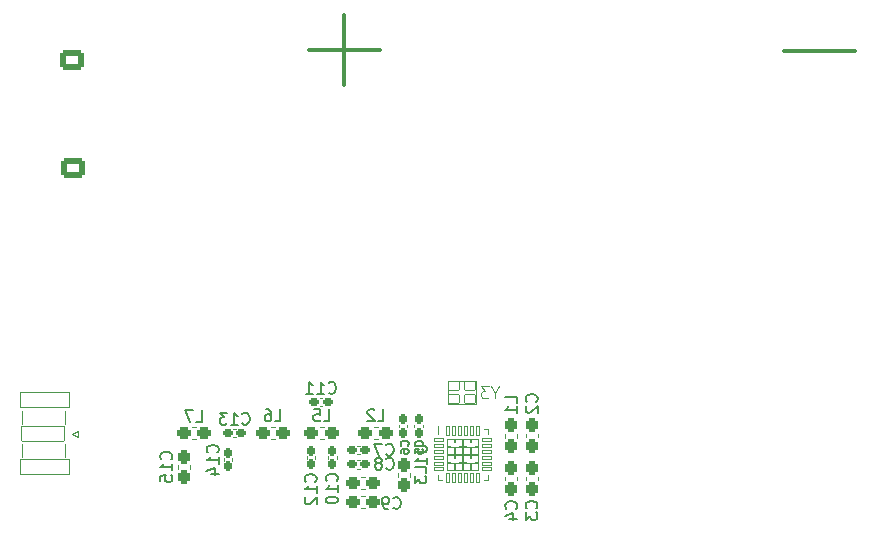
<source format=gbo>
G04 #@! TF.GenerationSoftware,KiCad,Pcbnew,7.0.11-2.fc39*
G04 #@! TF.CreationDate,2024-05-02T20:43:30+03:00*
G04 #@! TF.ProjectId,mainboard_v1.1,6d61696e-626f-4617-9264-5f76312e312e,rev?*
G04 #@! TF.SameCoordinates,Original*
G04 #@! TF.FileFunction,Legend,Bot*
G04 #@! TF.FilePolarity,Positive*
%FSLAX46Y46*%
G04 Gerber Fmt 4.6, Leading zero omitted, Abs format (unit mm)*
G04 Created by KiCad (PCBNEW 7.0.11-2.fc39) date 2024-05-02 20:43:30*
%MOMM*%
%LPD*%
G01*
G04 APERTURE LIST*
G04 Aperture macros list*
%AMRoundRect*
0 Rectangle with rounded corners*
0 $1 Rounding radius*
0 $2 $3 $4 $5 $6 $7 $8 $9 X,Y pos of 4 corners*
0 Add a 4 corners polygon primitive as box body*
4,1,4,$2,$3,$4,$5,$6,$7,$8,$9,$2,$3,0*
0 Add four circle primitives for the rounded corners*
1,1,$1+$1,$2,$3*
1,1,$1+$1,$4,$5*
1,1,$1+$1,$6,$7*
1,1,$1+$1,$8,$9*
0 Add four rect primitives between the rounded corners*
20,1,$1+$1,$2,$3,$4,$5,0*
20,1,$1+$1,$4,$5,$6,$7,0*
20,1,$1+$1,$6,$7,$8,$9,0*
20,1,$1+$1,$8,$9,$2,$3,0*%
G04 Aperture macros list end*
%ADD10C,0.150000*%
%ADD11C,0.100000*%
%ADD12C,0.120000*%
%ADD13C,0.300000*%
%ADD14C,0.200000*%
%ADD15C,0.776000*%
%ADD16RoundRect,0.261176X0.626824X0.776824X-0.626824X0.776824X-0.626824X-0.776824X0.626824X-0.776824X0*%
%ADD17O,1.776000X2.076000*%
%ADD18C,2.276000*%
%ADD19RoundRect,0.261176X-0.776824X0.626824X-0.776824X-0.626824X0.776824X-0.626824X0.776824X0.626824X0*%
%ADD20O,2.076000X1.776000*%
%ADD21O,1.976000X1.276000*%
%ADD22C,1.526000*%
%ADD23RoundRect,0.261176X0.751824X-0.626824X0.751824X0.626824X-0.751824X0.626824X-0.751824X-0.626824X0*%
%ADD24O,2.026000X1.776000*%
%ADD25C,0.976000*%
%ADD26RoundRect,0.256500X0.306500X0.256500X-0.306500X0.256500X-0.306500X-0.256500X0.306500X-0.256500X0*%
%ADD27RoundRect,0.256500X0.319000X0.256500X-0.319000X0.256500X-0.319000X-0.256500X0.319000X-0.256500X0*%
%ADD28RoundRect,0.256500X0.256500X-0.319000X0.256500X0.319000X-0.256500X0.319000X-0.256500X-0.319000X0*%
%ADD29RoundRect,0.174000X0.174000X-0.231500X0.174000X0.231500X-0.174000X0.231500X-0.174000X-0.231500X0*%
%ADD30RoundRect,0.174000X-0.174000X0.231500X-0.174000X-0.231500X0.174000X-0.231500X0.174000X0.231500X0*%
%ADD31RoundRect,0.256500X0.256500X-0.306500X0.256500X0.306500X-0.256500X0.306500X-0.256500X-0.306500X0*%
%ADD32C,4.576000*%
%ADD33C,3.076000*%
%ADD34RoundRect,0.174000X0.231500X0.174000X-0.231500X0.174000X-0.231500X-0.174000X0.231500X-0.174000X0*%
%ADD35RoundRect,0.038000X0.150000X0.400000X-0.150000X0.400000X-0.150000X-0.400000X0.150000X-0.400000X0*%
%ADD36RoundRect,0.038000X-0.337500X0.337500X-0.337500X-0.337500X0.337500X-0.337500X0.337500X0.337500X0*%
%ADD37RoundRect,0.038000X-0.400000X0.150000X-0.400000X-0.150000X0.400000X-0.150000X0.400000X0.150000X0*%
%ADD38RoundRect,0.256500X-0.256500X0.306500X-0.256500X-0.306500X0.256500X-0.306500X0.256500X0.306500X0*%
%ADD39RoundRect,0.038000X1.800000X-0.635000X1.800000X0.635000X-1.800000X0.635000X-1.800000X-0.635000X0*%
%ADD40RoundRect,0.038000X2.100000X-0.675000X2.100000X0.675000X-2.100000X0.675000X-2.100000X-0.675000X0*%
%ADD41RoundRect,0.256500X-0.256500X0.319000X-0.256500X-0.319000X0.256500X-0.319000X0.256500X0.319000X0*%
%ADD42RoundRect,0.038000X0.425000X0.375000X-0.425000X0.375000X-0.425000X-0.375000X0.425000X-0.375000X0*%
G04 APERTURE END LIST*
D10*
X158066666Y-85299580D02*
X158114285Y-85347200D01*
X158114285Y-85347200D02*
X158257142Y-85394819D01*
X158257142Y-85394819D02*
X158352380Y-85394819D01*
X158352380Y-85394819D02*
X158495237Y-85347200D01*
X158495237Y-85347200D02*
X158590475Y-85251961D01*
X158590475Y-85251961D02*
X158638094Y-85156723D01*
X158638094Y-85156723D02*
X158685713Y-84966247D01*
X158685713Y-84966247D02*
X158685713Y-84823390D01*
X158685713Y-84823390D02*
X158638094Y-84632914D01*
X158638094Y-84632914D02*
X158590475Y-84537676D01*
X158590475Y-84537676D02*
X158495237Y-84442438D01*
X158495237Y-84442438D02*
X158352380Y-84394819D01*
X158352380Y-84394819D02*
X158257142Y-84394819D01*
X158257142Y-84394819D02*
X158114285Y-84442438D01*
X158114285Y-84442438D02*
X158066666Y-84490057D01*
X157590475Y-85394819D02*
X157399999Y-85394819D01*
X157399999Y-85394819D02*
X157304761Y-85347200D01*
X157304761Y-85347200D02*
X157257142Y-85299580D01*
X157257142Y-85299580D02*
X157161904Y-85156723D01*
X157161904Y-85156723D02*
X157114285Y-84966247D01*
X157114285Y-84966247D02*
X157114285Y-84585295D01*
X157114285Y-84585295D02*
X157161904Y-84490057D01*
X157161904Y-84490057D02*
X157209523Y-84442438D01*
X157209523Y-84442438D02*
X157304761Y-84394819D01*
X157304761Y-84394819D02*
X157495237Y-84394819D01*
X157495237Y-84394819D02*
X157590475Y-84442438D01*
X157590475Y-84442438D02*
X157638094Y-84490057D01*
X157638094Y-84490057D02*
X157685713Y-84585295D01*
X157685713Y-84585295D02*
X157685713Y-84823390D01*
X157685713Y-84823390D02*
X157638094Y-84918628D01*
X157638094Y-84918628D02*
X157590475Y-84966247D01*
X157590475Y-84966247D02*
X157495237Y-85013866D01*
X157495237Y-85013866D02*
X157304761Y-85013866D01*
X157304761Y-85013866D02*
X157209523Y-84966247D01*
X157209523Y-84966247D02*
X157161904Y-84918628D01*
X157161904Y-84918628D02*
X157114285Y-84823390D01*
X156732916Y-77966069D02*
X157209106Y-77966069D01*
X157209106Y-77966069D02*
X157209106Y-76966069D01*
X156447201Y-77061307D02*
X156399582Y-77013688D01*
X156399582Y-77013688D02*
X156304344Y-76966069D01*
X156304344Y-76966069D02*
X156066249Y-76966069D01*
X156066249Y-76966069D02*
X155971011Y-77013688D01*
X155971011Y-77013688D02*
X155923392Y-77061307D01*
X155923392Y-77061307D02*
X155875773Y-77156545D01*
X155875773Y-77156545D02*
X155875773Y-77251783D01*
X155875773Y-77251783D02*
X155923392Y-77394640D01*
X155923392Y-77394640D02*
X156494820Y-77966069D01*
X156494820Y-77966069D02*
X155875773Y-77966069D01*
X141352916Y-78026069D02*
X141829106Y-78026069D01*
X141829106Y-78026069D02*
X141829106Y-77026069D01*
X141114820Y-77026069D02*
X140448154Y-77026069D01*
X140448154Y-77026069D02*
X140876725Y-78026069D01*
X148032916Y-77976069D02*
X148509106Y-77976069D01*
X148509106Y-77976069D02*
X148509106Y-76976069D01*
X147271011Y-76976069D02*
X147461487Y-76976069D01*
X147461487Y-76976069D02*
X147556725Y-77023688D01*
X147556725Y-77023688D02*
X147604344Y-77071307D01*
X147604344Y-77071307D02*
X147699582Y-77214164D01*
X147699582Y-77214164D02*
X147747201Y-77404640D01*
X147747201Y-77404640D02*
X147747201Y-77785592D01*
X147747201Y-77785592D02*
X147699582Y-77880830D01*
X147699582Y-77880830D02*
X147651963Y-77928450D01*
X147651963Y-77928450D02*
X147556725Y-77976069D01*
X147556725Y-77976069D02*
X147366249Y-77976069D01*
X147366249Y-77976069D02*
X147271011Y-77928450D01*
X147271011Y-77928450D02*
X147223392Y-77880830D01*
X147223392Y-77880830D02*
X147175773Y-77785592D01*
X147175773Y-77785592D02*
X147175773Y-77547497D01*
X147175773Y-77547497D02*
X147223392Y-77452259D01*
X147223392Y-77452259D02*
X147271011Y-77404640D01*
X147271011Y-77404640D02*
X147366249Y-77357021D01*
X147366249Y-77357021D02*
X147556725Y-77357021D01*
X147556725Y-77357021D02*
X147651963Y-77404640D01*
X147651963Y-77404640D02*
X147699582Y-77452259D01*
X147699582Y-77452259D02*
X147747201Y-77547497D01*
X170175830Y-85357083D02*
X170223450Y-85309464D01*
X170223450Y-85309464D02*
X170271069Y-85166607D01*
X170271069Y-85166607D02*
X170271069Y-85071369D01*
X170271069Y-85071369D02*
X170223450Y-84928512D01*
X170223450Y-84928512D02*
X170128211Y-84833274D01*
X170128211Y-84833274D02*
X170032973Y-84785655D01*
X170032973Y-84785655D02*
X169842497Y-84738036D01*
X169842497Y-84738036D02*
X169699640Y-84738036D01*
X169699640Y-84738036D02*
X169509164Y-84785655D01*
X169509164Y-84785655D02*
X169413926Y-84833274D01*
X169413926Y-84833274D02*
X169318688Y-84928512D01*
X169318688Y-84928512D02*
X169271069Y-85071369D01*
X169271069Y-85071369D02*
X169271069Y-85166607D01*
X169271069Y-85166607D02*
X169318688Y-85309464D01*
X169318688Y-85309464D02*
X169366307Y-85357083D01*
X169271069Y-85690417D02*
X169271069Y-86309464D01*
X169271069Y-86309464D02*
X169652021Y-85976131D01*
X169652021Y-85976131D02*
X169652021Y-86118988D01*
X169652021Y-86118988D02*
X169699640Y-86214226D01*
X169699640Y-86214226D02*
X169747259Y-86261845D01*
X169747259Y-86261845D02*
X169842497Y-86309464D01*
X169842497Y-86309464D02*
X170080592Y-86309464D01*
X170080592Y-86309464D02*
X170175830Y-86261845D01*
X170175830Y-86261845D02*
X170223450Y-86214226D01*
X170223450Y-86214226D02*
X170271069Y-86118988D01*
X170271069Y-86118988D02*
X170271069Y-85833274D01*
X170271069Y-85833274D02*
X170223450Y-85738036D01*
X170223450Y-85738036D02*
X170175830Y-85690417D01*
X159309366Y-80043333D02*
X159342700Y-80010000D01*
X159342700Y-80010000D02*
X159376033Y-79910000D01*
X159376033Y-79910000D02*
X159376033Y-79843333D01*
X159376033Y-79843333D02*
X159342700Y-79743333D01*
X159342700Y-79743333D02*
X159276033Y-79676667D01*
X159276033Y-79676667D02*
X159209366Y-79643333D01*
X159209366Y-79643333D02*
X159076033Y-79610000D01*
X159076033Y-79610000D02*
X158976033Y-79610000D01*
X158976033Y-79610000D02*
X158842700Y-79643333D01*
X158842700Y-79643333D02*
X158776033Y-79676667D01*
X158776033Y-79676667D02*
X158709366Y-79743333D01*
X158709366Y-79743333D02*
X158676033Y-79843333D01*
X158676033Y-79843333D02*
X158676033Y-79910000D01*
X158676033Y-79910000D02*
X158709366Y-80010000D01*
X158709366Y-80010000D02*
X158742700Y-80043333D01*
X158676033Y-80643333D02*
X158676033Y-80510000D01*
X158676033Y-80510000D02*
X158709366Y-80443333D01*
X158709366Y-80443333D02*
X158742700Y-80410000D01*
X158742700Y-80410000D02*
X158842700Y-80343333D01*
X158842700Y-80343333D02*
X158976033Y-80310000D01*
X158976033Y-80310000D02*
X159242700Y-80310000D01*
X159242700Y-80310000D02*
X159309366Y-80343333D01*
X159309366Y-80343333D02*
X159342700Y-80376667D01*
X159342700Y-80376667D02*
X159376033Y-80443333D01*
X159376033Y-80443333D02*
X159376033Y-80576667D01*
X159376033Y-80576667D02*
X159342700Y-80643333D01*
X159342700Y-80643333D02*
X159309366Y-80676667D01*
X159309366Y-80676667D02*
X159242700Y-80710000D01*
X159242700Y-80710000D02*
X159076033Y-80710000D01*
X159076033Y-80710000D02*
X159009366Y-80676667D01*
X159009366Y-80676667D02*
X158976033Y-80643333D01*
X158976033Y-80643333D02*
X158942700Y-80576667D01*
X158942700Y-80576667D02*
X158942700Y-80443333D01*
X158942700Y-80443333D02*
X158976033Y-80376667D01*
X158976033Y-80376667D02*
X159009366Y-80343333D01*
X159009366Y-80343333D02*
X159076033Y-80310000D01*
X153255830Y-83018392D02*
X153303450Y-82970773D01*
X153303450Y-82970773D02*
X153351069Y-82827916D01*
X153351069Y-82827916D02*
X153351069Y-82732678D01*
X153351069Y-82732678D02*
X153303450Y-82589821D01*
X153303450Y-82589821D02*
X153208211Y-82494583D01*
X153208211Y-82494583D02*
X153112973Y-82446964D01*
X153112973Y-82446964D02*
X152922497Y-82399345D01*
X152922497Y-82399345D02*
X152779640Y-82399345D01*
X152779640Y-82399345D02*
X152589164Y-82446964D01*
X152589164Y-82446964D02*
X152493926Y-82494583D01*
X152493926Y-82494583D02*
X152398688Y-82589821D01*
X152398688Y-82589821D02*
X152351069Y-82732678D01*
X152351069Y-82732678D02*
X152351069Y-82827916D01*
X152351069Y-82827916D02*
X152398688Y-82970773D01*
X152398688Y-82970773D02*
X152446307Y-83018392D01*
X153351069Y-83970773D02*
X153351069Y-83399345D01*
X153351069Y-83685059D02*
X152351069Y-83685059D01*
X152351069Y-83685059D02*
X152493926Y-83589821D01*
X152493926Y-83589821D02*
X152589164Y-83494583D01*
X152589164Y-83494583D02*
X152636783Y-83399345D01*
X152351069Y-84589821D02*
X152351069Y-84685059D01*
X152351069Y-84685059D02*
X152398688Y-84780297D01*
X152398688Y-84780297D02*
X152446307Y-84827916D01*
X152446307Y-84827916D02*
X152541545Y-84875535D01*
X152541545Y-84875535D02*
X152732021Y-84923154D01*
X152732021Y-84923154D02*
X152970116Y-84923154D01*
X152970116Y-84923154D02*
X153160592Y-84875535D01*
X153160592Y-84875535D02*
X153255830Y-84827916D01*
X153255830Y-84827916D02*
X153303450Y-84780297D01*
X153303450Y-84780297D02*
X153351069Y-84685059D01*
X153351069Y-84685059D02*
X153351069Y-84589821D01*
X153351069Y-84589821D02*
X153303450Y-84494583D01*
X153303450Y-84494583D02*
X153255830Y-84446964D01*
X153255830Y-84446964D02*
X153160592Y-84399345D01*
X153160592Y-84399345D02*
X152970116Y-84351726D01*
X152970116Y-84351726D02*
X152732021Y-84351726D01*
X152732021Y-84351726D02*
X152541545Y-84399345D01*
X152541545Y-84399345D02*
X152446307Y-84446964D01*
X152446307Y-84446964D02*
X152398688Y-84494583D01*
X152398688Y-84494583D02*
X152351069Y-84589821D01*
X160871069Y-82357083D02*
X160871069Y-81880893D01*
X160871069Y-81880893D02*
X159871069Y-81880893D01*
X159871069Y-82595179D02*
X159871069Y-83214226D01*
X159871069Y-83214226D02*
X160252021Y-82880893D01*
X160252021Y-82880893D02*
X160252021Y-83023750D01*
X160252021Y-83023750D02*
X160299640Y-83118988D01*
X160299640Y-83118988D02*
X160347259Y-83166607D01*
X160347259Y-83166607D02*
X160442497Y-83214226D01*
X160442497Y-83214226D02*
X160680592Y-83214226D01*
X160680592Y-83214226D02*
X160775830Y-83166607D01*
X160775830Y-83166607D02*
X160823450Y-83118988D01*
X160823450Y-83118988D02*
X160871069Y-83023750D01*
X160871069Y-83023750D02*
X160871069Y-82738036D01*
X160871069Y-82738036D02*
X160823450Y-82642798D01*
X160823450Y-82642798D02*
X160775830Y-82595179D01*
X152162916Y-77976069D02*
X152639106Y-77976069D01*
X152639106Y-77976069D02*
X152639106Y-76976069D01*
X151353392Y-76976069D02*
X151829582Y-76976069D01*
X151829582Y-76976069D02*
X151877201Y-77452259D01*
X151877201Y-77452259D02*
X151829582Y-77404640D01*
X151829582Y-77404640D02*
X151734344Y-77357021D01*
X151734344Y-77357021D02*
X151496249Y-77357021D01*
X151496249Y-77357021D02*
X151401011Y-77404640D01*
X151401011Y-77404640D02*
X151353392Y-77452259D01*
X151353392Y-77452259D02*
X151305773Y-77547497D01*
X151305773Y-77547497D02*
X151305773Y-77785592D01*
X151305773Y-77785592D02*
X151353392Y-77880830D01*
X151353392Y-77880830D02*
X151401011Y-77928450D01*
X151401011Y-77928450D02*
X151496249Y-77976069D01*
X151496249Y-77976069D02*
X151734344Y-77976069D01*
X151734344Y-77976069D02*
X151829582Y-77928450D01*
X151829582Y-77928450D02*
X151877201Y-77880830D01*
X168455830Y-85367083D02*
X168503450Y-85319464D01*
X168503450Y-85319464D02*
X168551069Y-85176607D01*
X168551069Y-85176607D02*
X168551069Y-85081369D01*
X168551069Y-85081369D02*
X168503450Y-84938512D01*
X168503450Y-84938512D02*
X168408211Y-84843274D01*
X168408211Y-84843274D02*
X168312973Y-84795655D01*
X168312973Y-84795655D02*
X168122497Y-84748036D01*
X168122497Y-84748036D02*
X167979640Y-84748036D01*
X167979640Y-84748036D02*
X167789164Y-84795655D01*
X167789164Y-84795655D02*
X167693926Y-84843274D01*
X167693926Y-84843274D02*
X167598688Y-84938512D01*
X167598688Y-84938512D02*
X167551069Y-85081369D01*
X167551069Y-85081369D02*
X167551069Y-85176607D01*
X167551069Y-85176607D02*
X167598688Y-85319464D01*
X167598688Y-85319464D02*
X167646307Y-85367083D01*
X167884402Y-86224226D02*
X168551069Y-86224226D01*
X167503450Y-85986131D02*
X168217735Y-85748036D01*
X168217735Y-85748036D02*
X168217735Y-86367083D01*
X152579107Y-75540830D02*
X152626726Y-75588450D01*
X152626726Y-75588450D02*
X152769583Y-75636069D01*
X152769583Y-75636069D02*
X152864821Y-75636069D01*
X152864821Y-75636069D02*
X153007678Y-75588450D01*
X153007678Y-75588450D02*
X153102916Y-75493211D01*
X153102916Y-75493211D02*
X153150535Y-75397973D01*
X153150535Y-75397973D02*
X153198154Y-75207497D01*
X153198154Y-75207497D02*
X153198154Y-75064640D01*
X153198154Y-75064640D02*
X153150535Y-74874164D01*
X153150535Y-74874164D02*
X153102916Y-74778926D01*
X153102916Y-74778926D02*
X153007678Y-74683688D01*
X153007678Y-74683688D02*
X152864821Y-74636069D01*
X152864821Y-74636069D02*
X152769583Y-74636069D01*
X152769583Y-74636069D02*
X152626726Y-74683688D01*
X152626726Y-74683688D02*
X152579107Y-74731307D01*
X151626726Y-75636069D02*
X152198154Y-75636069D01*
X151912440Y-75636069D02*
X151912440Y-74636069D01*
X151912440Y-74636069D02*
X152007678Y-74778926D01*
X152007678Y-74778926D02*
X152102916Y-74874164D01*
X152102916Y-74874164D02*
X152198154Y-74921783D01*
X150674345Y-75636069D02*
X151245773Y-75636069D01*
X150960059Y-75636069D02*
X150960059Y-74636069D01*
X150960059Y-74636069D02*
X151055297Y-74778926D01*
X151055297Y-74778926D02*
X151150535Y-74874164D01*
X151150535Y-74874164D02*
X151245773Y-74921783D01*
X157462916Y-80780830D02*
X157510535Y-80828450D01*
X157510535Y-80828450D02*
X157653392Y-80876069D01*
X157653392Y-80876069D02*
X157748630Y-80876069D01*
X157748630Y-80876069D02*
X157891487Y-80828450D01*
X157891487Y-80828450D02*
X157986725Y-80733211D01*
X157986725Y-80733211D02*
X158034344Y-80637973D01*
X158034344Y-80637973D02*
X158081963Y-80447497D01*
X158081963Y-80447497D02*
X158081963Y-80304640D01*
X158081963Y-80304640D02*
X158034344Y-80114164D01*
X158034344Y-80114164D02*
X157986725Y-80018926D01*
X157986725Y-80018926D02*
X157891487Y-79923688D01*
X157891487Y-79923688D02*
X157748630Y-79876069D01*
X157748630Y-79876069D02*
X157653392Y-79876069D01*
X157653392Y-79876069D02*
X157510535Y-79923688D01*
X157510535Y-79923688D02*
X157462916Y-79971307D01*
X157129582Y-79876069D02*
X156462916Y-79876069D01*
X156462916Y-79876069D02*
X156891487Y-80876069D01*
X145269107Y-78160830D02*
X145316726Y-78208450D01*
X145316726Y-78208450D02*
X145459583Y-78256069D01*
X145459583Y-78256069D02*
X145554821Y-78256069D01*
X145554821Y-78256069D02*
X145697678Y-78208450D01*
X145697678Y-78208450D02*
X145792916Y-78113211D01*
X145792916Y-78113211D02*
X145840535Y-78017973D01*
X145840535Y-78017973D02*
X145888154Y-77827497D01*
X145888154Y-77827497D02*
X145888154Y-77684640D01*
X145888154Y-77684640D02*
X145840535Y-77494164D01*
X145840535Y-77494164D02*
X145792916Y-77398926D01*
X145792916Y-77398926D02*
X145697678Y-77303688D01*
X145697678Y-77303688D02*
X145554821Y-77256069D01*
X145554821Y-77256069D02*
X145459583Y-77256069D01*
X145459583Y-77256069D02*
X145316726Y-77303688D01*
X145316726Y-77303688D02*
X145269107Y-77351307D01*
X144316726Y-78256069D02*
X144888154Y-78256069D01*
X144602440Y-78256069D02*
X144602440Y-77256069D01*
X144602440Y-77256069D02*
X144697678Y-77398926D01*
X144697678Y-77398926D02*
X144792916Y-77494164D01*
X144792916Y-77494164D02*
X144888154Y-77541783D01*
X143983392Y-77256069D02*
X143364345Y-77256069D01*
X143364345Y-77256069D02*
X143697678Y-77637021D01*
X143697678Y-77637021D02*
X143554821Y-77637021D01*
X143554821Y-77637021D02*
X143459583Y-77684640D01*
X143459583Y-77684640D02*
X143411964Y-77732259D01*
X143411964Y-77732259D02*
X143364345Y-77827497D01*
X143364345Y-77827497D02*
X143364345Y-78065592D01*
X143364345Y-78065592D02*
X143411964Y-78160830D01*
X143411964Y-78160830D02*
X143459583Y-78208450D01*
X143459583Y-78208450D02*
X143554821Y-78256069D01*
X143554821Y-78256069D02*
X143840535Y-78256069D01*
X143840535Y-78256069D02*
X143935773Y-78208450D01*
X143935773Y-78208450D02*
X143983392Y-78160830D01*
X159911069Y-80041845D02*
X160720592Y-80041845D01*
X160720592Y-80041845D02*
X160815830Y-80089464D01*
X160815830Y-80089464D02*
X160863450Y-80137083D01*
X160863450Y-80137083D02*
X160911069Y-80232321D01*
X160911069Y-80232321D02*
X160911069Y-80422797D01*
X160911069Y-80422797D02*
X160863450Y-80518035D01*
X160863450Y-80518035D02*
X160815830Y-80565654D01*
X160815830Y-80565654D02*
X160720592Y-80613273D01*
X160720592Y-80613273D02*
X159911069Y-80613273D01*
X160911069Y-81613273D02*
X160911069Y-81041845D01*
X160911069Y-81327559D02*
X159911069Y-81327559D01*
X159911069Y-81327559D02*
X160053926Y-81232321D01*
X160053926Y-81232321D02*
X160149164Y-81137083D01*
X160149164Y-81137083D02*
X160196783Y-81041845D01*
X168541069Y-76417083D02*
X168541069Y-75940893D01*
X168541069Y-75940893D02*
X167541069Y-75940893D01*
X168541069Y-77274226D02*
X168541069Y-76702798D01*
X168541069Y-76988512D02*
X167541069Y-76988512D01*
X167541069Y-76988512D02*
X167683926Y-76893274D01*
X167683926Y-76893274D02*
X167779164Y-76798036D01*
X167779164Y-76798036D02*
X167826783Y-76702798D01*
X170185830Y-76307083D02*
X170233450Y-76259464D01*
X170233450Y-76259464D02*
X170281069Y-76116607D01*
X170281069Y-76116607D02*
X170281069Y-76021369D01*
X170281069Y-76021369D02*
X170233450Y-75878512D01*
X170233450Y-75878512D02*
X170138211Y-75783274D01*
X170138211Y-75783274D02*
X170042973Y-75735655D01*
X170042973Y-75735655D02*
X169852497Y-75688036D01*
X169852497Y-75688036D02*
X169709640Y-75688036D01*
X169709640Y-75688036D02*
X169519164Y-75735655D01*
X169519164Y-75735655D02*
X169423926Y-75783274D01*
X169423926Y-75783274D02*
X169328688Y-75878512D01*
X169328688Y-75878512D02*
X169281069Y-76021369D01*
X169281069Y-76021369D02*
X169281069Y-76116607D01*
X169281069Y-76116607D02*
X169328688Y-76259464D01*
X169328688Y-76259464D02*
X169376307Y-76307083D01*
X169376307Y-76688036D02*
X169328688Y-76735655D01*
X169328688Y-76735655D02*
X169281069Y-76830893D01*
X169281069Y-76830893D02*
X169281069Y-77068988D01*
X169281069Y-77068988D02*
X169328688Y-77164226D01*
X169328688Y-77164226D02*
X169376307Y-77211845D01*
X169376307Y-77211845D02*
X169471545Y-77259464D01*
X169471545Y-77259464D02*
X169566783Y-77259464D01*
X169566783Y-77259464D02*
X169709640Y-77211845D01*
X169709640Y-77211845D02*
X170281069Y-76640417D01*
X170281069Y-76640417D02*
X170281069Y-77259464D01*
X143175830Y-80608392D02*
X143223450Y-80560773D01*
X143223450Y-80560773D02*
X143271069Y-80417916D01*
X143271069Y-80417916D02*
X143271069Y-80322678D01*
X143271069Y-80322678D02*
X143223450Y-80179821D01*
X143223450Y-80179821D02*
X143128211Y-80084583D01*
X143128211Y-80084583D02*
X143032973Y-80036964D01*
X143032973Y-80036964D02*
X142842497Y-79989345D01*
X142842497Y-79989345D02*
X142699640Y-79989345D01*
X142699640Y-79989345D02*
X142509164Y-80036964D01*
X142509164Y-80036964D02*
X142413926Y-80084583D01*
X142413926Y-80084583D02*
X142318688Y-80179821D01*
X142318688Y-80179821D02*
X142271069Y-80322678D01*
X142271069Y-80322678D02*
X142271069Y-80417916D01*
X142271069Y-80417916D02*
X142318688Y-80560773D01*
X142318688Y-80560773D02*
X142366307Y-80608392D01*
X143271069Y-81560773D02*
X143271069Y-80989345D01*
X143271069Y-81275059D02*
X142271069Y-81275059D01*
X142271069Y-81275059D02*
X142413926Y-81179821D01*
X142413926Y-81179821D02*
X142509164Y-81084583D01*
X142509164Y-81084583D02*
X142556783Y-80989345D01*
X142604402Y-82417916D02*
X143271069Y-82417916D01*
X142223450Y-82179821D02*
X142937735Y-81941726D01*
X142937735Y-81941726D02*
X142937735Y-82560773D01*
X160509366Y-80063333D02*
X160542700Y-80030000D01*
X160542700Y-80030000D02*
X160576033Y-79930000D01*
X160576033Y-79930000D02*
X160576033Y-79863333D01*
X160576033Y-79863333D02*
X160542700Y-79763333D01*
X160542700Y-79763333D02*
X160476033Y-79696667D01*
X160476033Y-79696667D02*
X160409366Y-79663333D01*
X160409366Y-79663333D02*
X160276033Y-79630000D01*
X160276033Y-79630000D02*
X160176033Y-79630000D01*
X160176033Y-79630000D02*
X160042700Y-79663333D01*
X160042700Y-79663333D02*
X159976033Y-79696667D01*
X159976033Y-79696667D02*
X159909366Y-79763333D01*
X159909366Y-79763333D02*
X159876033Y-79863333D01*
X159876033Y-79863333D02*
X159876033Y-79930000D01*
X159876033Y-79930000D02*
X159909366Y-80030000D01*
X159909366Y-80030000D02*
X159942700Y-80063333D01*
X159876033Y-80696667D02*
X159876033Y-80363333D01*
X159876033Y-80363333D02*
X160209366Y-80330000D01*
X160209366Y-80330000D02*
X160176033Y-80363333D01*
X160176033Y-80363333D02*
X160142700Y-80430000D01*
X160142700Y-80430000D02*
X160142700Y-80596667D01*
X160142700Y-80596667D02*
X160176033Y-80663333D01*
X160176033Y-80663333D02*
X160209366Y-80696667D01*
X160209366Y-80696667D02*
X160276033Y-80730000D01*
X160276033Y-80730000D02*
X160442700Y-80730000D01*
X160442700Y-80730000D02*
X160509366Y-80696667D01*
X160509366Y-80696667D02*
X160542700Y-80663333D01*
X160542700Y-80663333D02*
X160576033Y-80596667D01*
X160576033Y-80596667D02*
X160576033Y-80430000D01*
X160576033Y-80430000D02*
X160542700Y-80363333D01*
X160542700Y-80363333D02*
X160509366Y-80330000D01*
D11*
X166696190Y-75551228D02*
X166696190Y-76027419D01*
X167029523Y-75027419D02*
X166696190Y-75551228D01*
X166696190Y-75551228D02*
X166362857Y-75027419D01*
X166124761Y-75027419D02*
X165505714Y-75027419D01*
X165505714Y-75027419D02*
X165839047Y-75408371D01*
X165839047Y-75408371D02*
X165696190Y-75408371D01*
X165696190Y-75408371D02*
X165600952Y-75455990D01*
X165600952Y-75455990D02*
X165553333Y-75503609D01*
X165553333Y-75503609D02*
X165505714Y-75598847D01*
X165505714Y-75598847D02*
X165505714Y-75836942D01*
X165505714Y-75836942D02*
X165553333Y-75932180D01*
X165553333Y-75932180D02*
X165600952Y-75979800D01*
X165600952Y-75979800D02*
X165696190Y-76027419D01*
X165696190Y-76027419D02*
X165981904Y-76027419D01*
X165981904Y-76027419D02*
X166077142Y-75979800D01*
X166077142Y-75979800D02*
X166124761Y-75932180D01*
D10*
X139245830Y-81188392D02*
X139293450Y-81140773D01*
X139293450Y-81140773D02*
X139341069Y-80997916D01*
X139341069Y-80997916D02*
X139341069Y-80902678D01*
X139341069Y-80902678D02*
X139293450Y-80759821D01*
X139293450Y-80759821D02*
X139198211Y-80664583D01*
X139198211Y-80664583D02*
X139102973Y-80616964D01*
X139102973Y-80616964D02*
X138912497Y-80569345D01*
X138912497Y-80569345D02*
X138769640Y-80569345D01*
X138769640Y-80569345D02*
X138579164Y-80616964D01*
X138579164Y-80616964D02*
X138483926Y-80664583D01*
X138483926Y-80664583D02*
X138388688Y-80759821D01*
X138388688Y-80759821D02*
X138341069Y-80902678D01*
X138341069Y-80902678D02*
X138341069Y-80997916D01*
X138341069Y-80997916D02*
X138388688Y-81140773D01*
X138388688Y-81140773D02*
X138436307Y-81188392D01*
X139341069Y-82140773D02*
X139341069Y-81569345D01*
X139341069Y-81855059D02*
X138341069Y-81855059D01*
X138341069Y-81855059D02*
X138483926Y-81759821D01*
X138483926Y-81759821D02*
X138579164Y-81664583D01*
X138579164Y-81664583D02*
X138626783Y-81569345D01*
X138341069Y-83045535D02*
X138341069Y-82569345D01*
X138341069Y-82569345D02*
X138817259Y-82521726D01*
X138817259Y-82521726D02*
X138769640Y-82569345D01*
X138769640Y-82569345D02*
X138722021Y-82664583D01*
X138722021Y-82664583D02*
X138722021Y-82902678D01*
X138722021Y-82902678D02*
X138769640Y-82997916D01*
X138769640Y-82997916D02*
X138817259Y-83045535D01*
X138817259Y-83045535D02*
X138912497Y-83093154D01*
X138912497Y-83093154D02*
X139150592Y-83093154D01*
X139150592Y-83093154D02*
X139245830Y-83045535D01*
X139245830Y-83045535D02*
X139293450Y-82997916D01*
X139293450Y-82997916D02*
X139341069Y-82902678D01*
X139341069Y-82902678D02*
X139341069Y-82664583D01*
X139341069Y-82664583D02*
X139293450Y-82569345D01*
X139293450Y-82569345D02*
X139245830Y-82521726D01*
X151465830Y-83080892D02*
X151513450Y-83033273D01*
X151513450Y-83033273D02*
X151561069Y-82890416D01*
X151561069Y-82890416D02*
X151561069Y-82795178D01*
X151561069Y-82795178D02*
X151513450Y-82652321D01*
X151513450Y-82652321D02*
X151418211Y-82557083D01*
X151418211Y-82557083D02*
X151322973Y-82509464D01*
X151322973Y-82509464D02*
X151132497Y-82461845D01*
X151132497Y-82461845D02*
X150989640Y-82461845D01*
X150989640Y-82461845D02*
X150799164Y-82509464D01*
X150799164Y-82509464D02*
X150703926Y-82557083D01*
X150703926Y-82557083D02*
X150608688Y-82652321D01*
X150608688Y-82652321D02*
X150561069Y-82795178D01*
X150561069Y-82795178D02*
X150561069Y-82890416D01*
X150561069Y-82890416D02*
X150608688Y-83033273D01*
X150608688Y-83033273D02*
X150656307Y-83080892D01*
X151561069Y-84033273D02*
X151561069Y-83461845D01*
X151561069Y-83747559D02*
X150561069Y-83747559D01*
X150561069Y-83747559D02*
X150703926Y-83652321D01*
X150703926Y-83652321D02*
X150799164Y-83557083D01*
X150799164Y-83557083D02*
X150846783Y-83461845D01*
X150656307Y-84414226D02*
X150608688Y-84461845D01*
X150608688Y-84461845D02*
X150561069Y-84557083D01*
X150561069Y-84557083D02*
X150561069Y-84795178D01*
X150561069Y-84795178D02*
X150608688Y-84890416D01*
X150608688Y-84890416D02*
X150656307Y-84938035D01*
X150656307Y-84938035D02*
X150751545Y-84985654D01*
X150751545Y-84985654D02*
X150846783Y-84985654D01*
X150846783Y-84985654D02*
X150989640Y-84938035D01*
X150989640Y-84938035D02*
X151561069Y-84366607D01*
X151561069Y-84366607D02*
X151561069Y-84985654D01*
X157472916Y-81970830D02*
X157520535Y-82018450D01*
X157520535Y-82018450D02*
X157663392Y-82066069D01*
X157663392Y-82066069D02*
X157758630Y-82066069D01*
X157758630Y-82066069D02*
X157901487Y-82018450D01*
X157901487Y-82018450D02*
X157996725Y-81923211D01*
X157996725Y-81923211D02*
X158044344Y-81827973D01*
X158044344Y-81827973D02*
X158091963Y-81637497D01*
X158091963Y-81637497D02*
X158091963Y-81494640D01*
X158091963Y-81494640D02*
X158044344Y-81304164D01*
X158044344Y-81304164D02*
X157996725Y-81208926D01*
X157996725Y-81208926D02*
X157901487Y-81113688D01*
X157901487Y-81113688D02*
X157758630Y-81066069D01*
X157758630Y-81066069D02*
X157663392Y-81066069D01*
X157663392Y-81066069D02*
X157520535Y-81113688D01*
X157520535Y-81113688D02*
X157472916Y-81161307D01*
X156901487Y-81494640D02*
X156996725Y-81447021D01*
X156996725Y-81447021D02*
X157044344Y-81399402D01*
X157044344Y-81399402D02*
X157091963Y-81304164D01*
X157091963Y-81304164D02*
X157091963Y-81256545D01*
X157091963Y-81256545D02*
X157044344Y-81161307D01*
X157044344Y-81161307D02*
X156996725Y-81113688D01*
X156996725Y-81113688D02*
X156901487Y-81066069D01*
X156901487Y-81066069D02*
X156711011Y-81066069D01*
X156711011Y-81066069D02*
X156615773Y-81113688D01*
X156615773Y-81113688D02*
X156568154Y-81161307D01*
X156568154Y-81161307D02*
X156520535Y-81256545D01*
X156520535Y-81256545D02*
X156520535Y-81304164D01*
X156520535Y-81304164D02*
X156568154Y-81399402D01*
X156568154Y-81399402D02*
X156615773Y-81447021D01*
X156615773Y-81447021D02*
X156711011Y-81494640D01*
X156711011Y-81494640D02*
X156901487Y-81494640D01*
X156901487Y-81494640D02*
X156996725Y-81542259D01*
X156996725Y-81542259D02*
X157044344Y-81589878D01*
X157044344Y-81589878D02*
X157091963Y-81685116D01*
X157091963Y-81685116D02*
X157091963Y-81875592D01*
X157091963Y-81875592D02*
X157044344Y-81970830D01*
X157044344Y-81970830D02*
X156996725Y-82018450D01*
X156996725Y-82018450D02*
X156901487Y-82066069D01*
X156901487Y-82066069D02*
X156711011Y-82066069D01*
X156711011Y-82066069D02*
X156615773Y-82018450D01*
X156615773Y-82018450D02*
X156568154Y-81970830D01*
X156568154Y-81970830D02*
X156520535Y-81875592D01*
X156520535Y-81875592D02*
X156520535Y-81685116D01*
X156520535Y-81685116D02*
X156568154Y-81589878D01*
X156568154Y-81589878D02*
X156615773Y-81542259D01*
X156615773Y-81542259D02*
X156711011Y-81494640D01*
D12*
X155681267Y-83700000D02*
X155338733Y-83700000D01*
X155681267Y-82680000D02*
X155338733Y-82680000D01*
X155646267Y-85340000D02*
X155353733Y-85340000D01*
X155646267Y-84320000D02*
X155353733Y-84320000D01*
X156737517Y-79451250D02*
X156394983Y-79451250D01*
X156737517Y-78431250D02*
X156394983Y-78431250D01*
X141357517Y-79511250D02*
X141014983Y-79511250D01*
X141357517Y-78491250D02*
X141014983Y-78491250D01*
X148037517Y-79461250D02*
X147694983Y-79461250D01*
X148037517Y-78441250D02*
X147694983Y-78441250D01*
X169316250Y-82970017D02*
X169316250Y-82677483D01*
X170336250Y-82970017D02*
X170336250Y-82677483D01*
X158516250Y-78497085D02*
X158516250Y-78265415D01*
X159236250Y-78497085D02*
X159236250Y-78265415D01*
X153256250Y-80925415D02*
X153256250Y-81157085D01*
X152536250Y-80925415D02*
X152536250Y-81157085D01*
X158476250Y-82695017D02*
X158476250Y-82352483D01*
X159496250Y-82695017D02*
X159496250Y-82352483D01*
X152167517Y-79461250D02*
X151824983Y-79461250D01*
X152167517Y-78441250D02*
X151824983Y-78441250D01*
D13*
X197136250Y-46583750D02*
X191166250Y-46583750D01*
X156896250Y-46543750D02*
X150906250Y-46543750D01*
X153876250Y-43553750D02*
X153876250Y-49543750D01*
D12*
X167536250Y-82970017D02*
X167536250Y-82677483D01*
X168556250Y-82970017D02*
X168556250Y-82677483D01*
X152052085Y-76701250D02*
X151820415Y-76701250D01*
X152052085Y-75981250D02*
X151820415Y-75981250D01*
X155232085Y-80781250D02*
X155000415Y-80781250D01*
X155232085Y-80061250D02*
X155000415Y-80061250D01*
X144742085Y-79321250D02*
X144510415Y-79321250D01*
X144742085Y-78601250D02*
X144510415Y-78601250D01*
X166106250Y-78653750D02*
X165706250Y-78653750D01*
X166106250Y-79053750D02*
X166106250Y-78653750D01*
X161806250Y-79053750D02*
X161806250Y-78403750D01*
X166106250Y-82553750D02*
X166106250Y-82953750D01*
X161806250Y-82553750D02*
X161806250Y-82953750D01*
X166106250Y-82953750D02*
X165706250Y-82953750D01*
X161806250Y-82953750D02*
X162206250Y-82953750D01*
X168576250Y-79032483D02*
X168576250Y-79375017D01*
X167556250Y-79032483D02*
X167556250Y-79375017D01*
X126592500Y-80990000D02*
X126592500Y-79880000D01*
X130302500Y-80990000D02*
X130302500Y-79880000D01*
X131352500Y-79290000D02*
X130852500Y-79040000D01*
X130852500Y-79040000D02*
X131352500Y-78790000D01*
X131352500Y-78790000D02*
X131352500Y-79290000D01*
X126592500Y-78200000D02*
X126592500Y-77090000D01*
X130302500Y-78200000D02*
X130302500Y-77090000D01*
X170336250Y-79039983D02*
X170336250Y-79332517D01*
X169316250Y-79039983D02*
X169316250Y-79332517D01*
X144406250Y-81085415D02*
X144406250Y-81317085D01*
X143686250Y-81085415D02*
X143686250Y-81317085D01*
X159836250Y-78497085D02*
X159836250Y-78265415D01*
X160556250Y-78497085D02*
X160556250Y-78265415D01*
D11*
X165096250Y-76543750D02*
X162696250Y-76543750D01*
X165096250Y-74543750D02*
X165096250Y-76543750D01*
X162696250Y-76543750D02*
X162696250Y-74543750D01*
X162696250Y-74543750D02*
X165096250Y-74543750D01*
D12*
X140826250Y-81684983D02*
X140826250Y-81977517D01*
X139806250Y-81684983D02*
X139806250Y-81977517D01*
X151466250Y-80925415D02*
X151466250Y-81157085D01*
X150746250Y-80925415D02*
X150746250Y-81157085D01*
X155232085Y-81991250D02*
X155000415Y-81991250D01*
X155232085Y-81271250D02*
X155000415Y-81271250D01*
%LPC*%
D14*
X160170000Y-76920000D02*
X158970000Y-76930000D01*
X158970000Y-73650000D01*
X126560000Y-73650000D01*
X126560000Y-72380000D01*
X160170000Y-72380000D01*
X160170000Y-76920000D01*
G36*
X160170000Y-76920000D02*
G01*
X158970000Y-76930000D01*
X158970000Y-73650000D01*
X126560000Y-73650000D01*
X126560000Y-72380000D01*
X160170000Y-72380000D01*
X160170000Y-76920000D01*
G37*
X160210000Y-87430000D02*
X126550000Y-87430000D01*
X126550000Y-86240000D01*
X158960000Y-86260000D01*
X158960000Y-84820000D01*
X160210000Y-84810000D01*
X160210000Y-87430000D01*
G36*
X160210000Y-87430000D02*
G01*
X126550000Y-87430000D01*
X126550000Y-86240000D01*
X158960000Y-86260000D01*
X158960000Y-84820000D01*
X160210000Y-84810000D01*
X160210000Y-87430000D01*
G37*
D15*
X160166250Y-69483750D03*
D16*
X155300000Y-39200000D03*
D17*
X152800000Y-39200000D03*
D18*
X129140000Y-37690000D03*
X217040000Y-37690000D03*
X129076250Y-89513750D03*
D15*
X145306250Y-64163750D03*
D19*
X130910000Y-56570000D03*
D20*
X130910000Y-59070000D03*
D19*
X130900000Y-47360000D03*
D20*
X130900000Y-49860000D03*
D21*
X217477500Y-54810000D03*
D22*
X214777500Y-53810000D03*
X214777500Y-48810000D03*
D21*
X217477500Y-47810000D03*
D23*
X215220000Y-75860000D03*
D24*
X215220000Y-73360000D03*
X215220000Y-70860000D03*
D25*
X191280000Y-37930000D03*
X188280000Y-37930000D03*
D23*
X215295000Y-64490000D03*
D24*
X215295000Y-61990000D03*
X215295000Y-59490000D03*
D26*
X156385000Y-83190000D03*
X154635000Y-83190000D03*
D27*
X156362500Y-84830000D03*
X154637500Y-84830000D03*
D26*
X157441250Y-78941250D03*
X155691250Y-78941250D03*
X142061250Y-79001250D03*
X140311250Y-79001250D03*
X148741250Y-78951250D03*
X146991250Y-78951250D03*
D28*
X169826250Y-83686250D03*
X169826250Y-81961250D03*
D29*
X158876250Y-78948750D03*
X158876250Y-77813750D03*
D30*
X152896250Y-80473750D03*
X152896250Y-81608750D03*
D31*
X158986250Y-83398750D03*
X158986250Y-81648750D03*
D26*
X152871250Y-78951250D03*
X151121250Y-78951250D03*
D32*
X200746250Y-46553750D03*
X147046250Y-46553750D03*
D33*
X139646250Y-56253750D03*
X138196250Y-46553750D03*
X209596250Y-46553750D03*
D28*
X168046250Y-83686250D03*
X168046250Y-81961250D03*
D34*
X152503750Y-76341250D03*
X151368750Y-76341250D03*
X155683750Y-80421250D03*
X154548750Y-80421250D03*
X145193750Y-78961250D03*
X144058750Y-78961250D03*
D35*
X162706250Y-78803750D03*
X163206250Y-78803750D03*
D36*
X164968750Y-79791250D03*
X164293750Y-79791250D03*
X163618750Y-79791250D03*
X162943750Y-79791250D03*
D15*
X164631250Y-80128750D03*
X163281250Y-80128750D03*
D36*
X164968750Y-80466250D03*
X164293750Y-80466250D03*
X163618750Y-80466250D03*
X162943750Y-80466250D03*
X164968750Y-81141250D03*
X164293750Y-81141250D03*
X163618750Y-81141250D03*
X162943750Y-81141250D03*
D15*
X164631250Y-81478750D03*
X163281250Y-81478750D03*
D36*
X164968750Y-81816250D03*
X164293750Y-81816250D03*
X163618750Y-81816250D03*
X162943750Y-81816250D03*
D35*
X163706250Y-78803750D03*
X164206250Y-78803750D03*
X164706250Y-78803750D03*
X165206250Y-78803750D03*
D37*
X165956250Y-79553750D03*
X165956250Y-80053750D03*
X165956250Y-80553750D03*
X165956250Y-81053750D03*
X165956250Y-81553750D03*
X165956250Y-82053750D03*
D35*
X165206250Y-82803750D03*
X164706250Y-82803750D03*
X164206250Y-82803750D03*
X163706250Y-82803750D03*
X163206250Y-82803750D03*
X162706250Y-82803750D03*
D37*
X161956250Y-82053750D03*
X161956250Y-81553750D03*
X161956250Y-81053750D03*
X161956250Y-80553750D03*
X161956250Y-80053750D03*
X161956250Y-79553750D03*
D38*
X168066250Y-78328750D03*
X168066250Y-80078750D03*
D39*
X128392500Y-79040000D03*
D40*
X128592500Y-81865000D03*
X128592500Y-76215000D03*
D41*
X169826250Y-78323750D03*
X169826250Y-80048750D03*
D30*
X144046250Y-80633750D03*
X144046250Y-81768750D03*
D29*
X160196250Y-78948750D03*
X160196250Y-77813750D03*
D42*
X164571250Y-76068750D03*
X163221250Y-76068750D03*
X163221250Y-75018750D03*
X164571250Y-75018750D03*
D41*
X140316250Y-80968750D03*
X140316250Y-82693750D03*
D30*
X151106250Y-80473750D03*
X151106250Y-81608750D03*
D34*
X155683750Y-81631250D03*
X154548750Y-81631250D03*
%LPD*%
M02*

</source>
